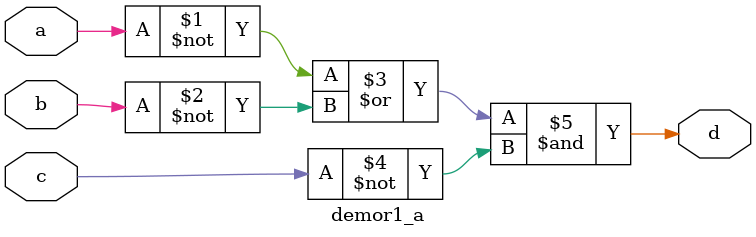
<source format=v>
`timescale 1ns / 1ps


module demor1_a(

input a,b,c,
output d
    );
    
    assign d = ((~a)|(~b))&(~c);

    
endmodule

</source>
